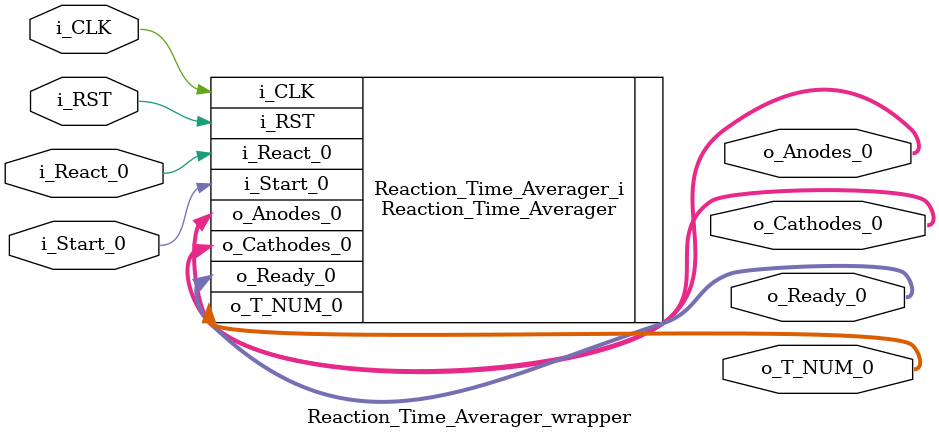
<source format=v>
`timescale 1 ps / 1 ps

module Reaction_Time_Averager_wrapper
   (i_CLK,
    i_RST,
    i_React_0,
    i_Start_0,
    o_Anodes_0,
    o_Cathodes_0,
    o_Ready_0,
    o_T_NUM_0);
  input i_CLK;
  input i_RST;
  input i_React_0;
  input i_Start_0;
  output [3:0]o_Anodes_0;
  output [6:0]o_Cathodes_0;
  output [1:0]o_Ready_0;
  output [2:0]o_T_NUM_0;

  wire i_CLK;
  wire i_RST;
  wire i_React_0;
  wire i_Start_0;
  wire [3:0]o_Anodes_0;
  wire [6:0]o_Cathodes_0;
  wire [1:0]o_Ready_0;
  wire [2:0]o_T_NUM_0;

  Reaction_Time_Averager Reaction_Time_Averager_i
       (.i_CLK(i_CLK),
        .i_RST(i_RST),
        .i_React_0(i_React_0),
        .i_Start_0(i_Start_0),
        .o_Anodes_0(o_Anodes_0),
        .o_Cathodes_0(o_Cathodes_0),
        .o_Ready_0(o_Ready_0),
        .o_T_NUM_0(o_T_NUM_0));
endmodule

</source>
